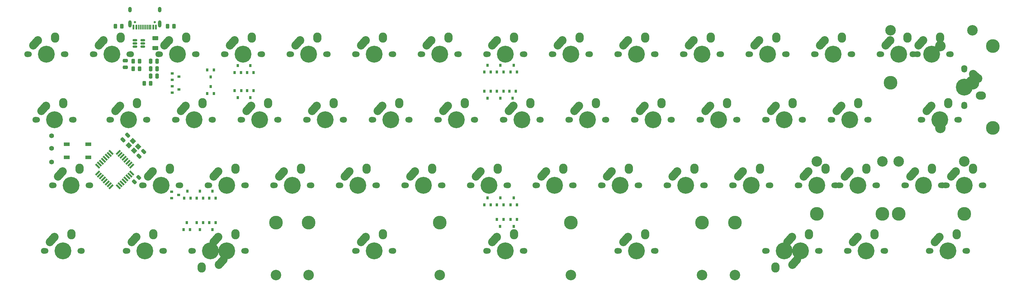
<source format=gbr>
%TF.GenerationSoftware,KiCad,Pcbnew,(6.0.4)*%
%TF.CreationDate,2022-03-30T13:59:28+02:00*%
%TF.ProjectId,32u2,33327532-2e6b-4696-9361-645f70636258,rev?*%
%TF.SameCoordinates,Original*%
%TF.FileFunction,Soldermask,Bot*%
%TF.FilePolarity,Negative*%
%FSLAX46Y46*%
G04 Gerber Fmt 4.6, Leading zero omitted, Abs format (unit mm)*
G04 Created by KiCad (PCBNEW (6.0.4)) date 2022-03-30 13:59:28*
%MOMM*%
%LPD*%
G01*
G04 APERTURE LIST*
G04 Aperture macros list*
%AMRoundRect*
0 Rectangle with rounded corners*
0 $1 Rounding radius*
0 $2 $3 $4 $5 $6 $7 $8 $9 X,Y pos of 4 corners*
0 Add a 4 corners polygon primitive as box body*
4,1,4,$2,$3,$4,$5,$6,$7,$8,$9,$2,$3,0*
0 Add four circle primitives for the rounded corners*
1,1,$1+$1,$2,$3*
1,1,$1+$1,$4,$5*
1,1,$1+$1,$6,$7*
1,1,$1+$1,$8,$9*
0 Add four rect primitives between the rounded corners*
20,1,$1+$1,$2,$3,$4,$5,0*
20,1,$1+$1,$4,$5,$6,$7,0*
20,1,$1+$1,$6,$7,$8,$9,0*
20,1,$1+$1,$8,$9,$2,$3,0*%
%AMHorizOval*
0 Thick line with rounded ends*
0 $1 width*
0 $2 $3 position (X,Y) of the first rounded end (center of the circle)*
0 $4 $5 position (X,Y) of the second rounded end (center of the circle)*
0 Add line between two ends*
20,1,$1,$2,$3,$4,$5,0*
0 Add two circle primitives to create the rounded ends*
1,1,$1,$2,$3*
1,1,$1,$4,$5*%
%AMRotRect*
0 Rectangle, with rotation*
0 The origin of the aperture is its center*
0 $1 length*
0 $2 width*
0 $3 Rotation angle, in degrees counterclockwise*
0 Add horizontal line*
21,1,$1,$2,0,0,$3*%
G04 Aperture macros list end*
%ADD10C,1.800000*%
%ADD11C,1.700000*%
%ADD12C,4.900000*%
%ADD13C,2.400000*%
%ADD14HorizOval,2.400000X-0.669131X-0.743145X0.669131X0.743145X0*%
%ADD15O,2.400000X2.950000*%
%ADD16C,3.987800*%
%ADD17C,3.048000*%
%ADD18HorizOval,2.400000X-0.743145X0.669131X0.743145X-0.669131X0*%
%ADD19O,2.950000X2.400000*%
%ADD20C,1.400000*%
%ADD21HorizOval,2.400000X0.669131X0.743145X-0.669131X-0.743145X0*%
%ADD22R,0.800000X0.900000*%
%ADD23R,0.900000X0.800000*%
%ADD24RoundRect,0.250000X-0.159099X0.512652X-0.512652X0.159099X0.159099X-0.512652X0.512652X-0.159099X0*%
%ADD25R,1.700000X1.000000*%
%ADD26RoundRect,0.250000X-0.250000X-0.475000X0.250000X-0.475000X0.250000X0.475000X-0.250000X0.475000X0*%
%ADD27RotRect,1.400000X1.200000X315.000000*%
%ADD28RoundRect,0.243750X0.243750X0.456250X-0.243750X0.456250X-0.243750X-0.456250X0.243750X-0.456250X0*%
%ADD29RoundRect,0.250000X-0.625000X0.375000X-0.625000X-0.375000X0.625000X-0.375000X0.625000X0.375000X0*%
%ADD30RoundRect,0.250000X0.159099X-0.512652X0.512652X-0.159099X-0.159099X0.512652X-0.512652X0.159099X0*%
%ADD31RoundRect,0.250000X0.475000X-0.250000X0.475000X0.250000X-0.475000X0.250000X-0.475000X-0.250000X0*%
%ADD32RoundRect,0.243750X0.150260X-0.494975X0.494975X-0.150260X-0.150260X0.494975X-0.494975X0.150260X0*%
%ADD33C,0.650000*%
%ADD34R,0.600000X1.450000*%
%ADD35R,0.300000X1.450000*%
%ADD36O,1.000000X1.600000*%
%ADD37O,1.000000X2.100000*%
%ADD38RotRect,1.600000X0.550000X225.000000*%
%ADD39RotRect,1.600000X0.550000X135.000000*%
%ADD40RoundRect,0.150000X0.512500X0.150000X-0.512500X0.150000X-0.512500X-0.150000X0.512500X-0.150000X0*%
%ADD41RoundRect,0.243750X-0.243750X-0.456250X0.243750X-0.456250X0.243750X0.456250X-0.243750X0.456250X0*%
G04 APERTURE END LIST*
D10*
%TO.C,SW1\u002C11*%
X238125001Y-79168249D03*
D11*
X237705001Y-79168249D03*
D10*
X227125001Y-79168249D03*
D11*
X227545001Y-79168249D03*
D12*
X232625001Y-79168249D03*
D13*
X230125001Y-75168249D03*
D14*
X229494132Y-75875104D03*
D15*
X235125001Y-74368249D03*
%TD*%
D16*
%TO.C,REF\u002A\u002A*%
X208812501Y-109013249D03*
D17*
X170712501Y-124253249D03*
X208812501Y-124253249D03*
D16*
X170712501Y-109013249D03*
%TD*%
D10*
%TO.C,SW1\u002C13_1*%
X285012501Y-64143249D03*
D11*
X285012501Y-64563249D03*
D10*
X285012501Y-75143249D03*
D12*
X285012501Y-69643249D03*
D11*
X285012501Y-74723249D03*
D18*
X288305646Y-66512380D03*
D13*
X289012501Y-67143249D03*
D19*
X289812501Y-72143249D03*
%TD*%
D12*
%TO.C,SW0\u002C2*%
X56412501Y-60118249D03*
D11*
X61492501Y-60118249D03*
D10*
X61912501Y-60118249D03*
X50912501Y-60118249D03*
D11*
X51332501Y-60118249D03*
D14*
X53281632Y-56825104D03*
D13*
X53912501Y-56118249D03*
D15*
X58912501Y-55318249D03*
%TD*%
D12*
%TO.C,SW2\u002C3*%
X89750001Y-98218249D03*
D11*
X84670001Y-98218249D03*
X94830001Y-98218249D03*
D10*
X95250001Y-98218249D03*
X84250001Y-98218249D03*
D13*
X87250001Y-94218249D03*
D14*
X86619132Y-94925104D03*
D15*
X92250001Y-93418249D03*
%TD*%
D10*
%TO.C,SW3\u002C6*%
X146162501Y-117268249D03*
D11*
X146582501Y-117268249D03*
X156742501Y-117268249D03*
D10*
X157162501Y-117268249D03*
D12*
X151662501Y-117268249D03*
D14*
X148531632Y-113975104D03*
D13*
X149162501Y-113268249D03*
D15*
X154162501Y-112468249D03*
%TD*%
D11*
%TO.C,SW2\u002C5*%
X132930001Y-98218249D03*
D10*
X122350001Y-98218249D03*
D12*
X127850001Y-98218249D03*
D11*
X122770001Y-98218249D03*
D10*
X133350001Y-98218249D03*
D13*
X125350001Y-94218249D03*
D14*
X124719132Y-94925104D03*
D15*
X130350001Y-93418249D03*
%TD*%
D11*
%TO.C,SW2\u002C7*%
X171030001Y-98218249D03*
D10*
X171450001Y-98218249D03*
D12*
X165950001Y-98218249D03*
D10*
X160450001Y-98218249D03*
D11*
X160870001Y-98218249D03*
D13*
X163450001Y-94218249D03*
D14*
X162819132Y-94925104D03*
D15*
X168450001Y-93418249D03*
%TD*%
D16*
%TO.C,REF\u002A\u002A*%
X293267501Y-81549499D03*
D17*
X278027501Y-81549499D03*
X278027501Y-57736999D03*
D16*
X293267501Y-57736999D03*
%TD*%
D11*
%TO.C,SW1\u002C13*%
X282948751Y-79168249D03*
D10*
X272368751Y-79168249D03*
D12*
X277868751Y-79168249D03*
D11*
X272788751Y-79168249D03*
D10*
X283368751Y-79168249D03*
D13*
X275368751Y-75168249D03*
D14*
X274737882Y-75875104D03*
D15*
X280368751Y-74368249D03*
%TD*%
D12*
%TO.C,SW2\u002C12_1*%
X285012501Y-98218249D03*
D11*
X279932501Y-98218249D03*
D10*
X290512501Y-98218249D03*
D11*
X290092501Y-98218249D03*
D10*
X279512501Y-98218249D03*
D13*
X282512501Y-94218249D03*
D14*
X281881632Y-94925104D03*
D15*
X287512501Y-93418249D03*
%TD*%
D10*
%TO.C,SW0\u002C5*%
X119062501Y-60118249D03*
D11*
X118642501Y-60118249D03*
X108482501Y-60118249D03*
D12*
X113562501Y-60118249D03*
D10*
X108062501Y-60118249D03*
D13*
X111062501Y-56118249D03*
D14*
X110431632Y-56825104D03*
D15*
X116062501Y-55318249D03*
%TD*%
D12*
%TO.C,SW3\u002C10*%
X237387501Y-117268249D03*
D11*
X242467501Y-117268249D03*
X232307501Y-117268249D03*
D10*
X242887501Y-117268249D03*
X231887501Y-117268249D03*
D14*
X234256632Y-113975104D03*
D13*
X234887501Y-113268249D03*
D15*
X239887501Y-112468249D03*
%TD*%
D20*
%TO.C,H2*%
X19800000Y-91400000D03*
%TD*%
D10*
%TO.C,SW3\u002C10_1*%
X227125001Y-117268249D03*
D11*
X227545001Y-117268249D03*
X237705001Y-117268249D03*
D12*
X232625001Y-117268249D03*
D10*
X238125001Y-117268249D03*
D13*
X235125001Y-121268249D03*
D21*
X235755870Y-120561394D03*
D15*
X230125001Y-122068249D03*
%TD*%
D11*
%TO.C,SW1\u002C12*%
X256755001Y-79168249D03*
D10*
X257175001Y-79168249D03*
D11*
X246595001Y-79168249D03*
D12*
X251675001Y-79168249D03*
D10*
X246175001Y-79168249D03*
D13*
X249175001Y-75168249D03*
D14*
X248544132Y-75875104D03*
D15*
X254175001Y-74368249D03*
%TD*%
D12*
%TO.C,SW1\u002C1*%
X42125001Y-79168249D03*
D10*
X47625001Y-79168249D03*
D11*
X37045001Y-79168249D03*
X47205001Y-79168249D03*
D10*
X36625001Y-79168249D03*
D14*
X38994132Y-75875104D03*
D13*
X39625001Y-75168249D03*
D15*
X44625001Y-74368249D03*
%TD*%
D12*
%TO.C,SW0\u002C1*%
X37362501Y-60118249D03*
D10*
X42862501Y-60118249D03*
D11*
X42442501Y-60118249D03*
X32282501Y-60118249D03*
D10*
X31862501Y-60118249D03*
D14*
X34231632Y-56825104D03*
D13*
X34862501Y-56118249D03*
D15*
X39862501Y-55318249D03*
%TD*%
D12*
%TO.C,SW2\u002C4*%
X108800001Y-98218249D03*
D11*
X113880001Y-98218249D03*
X103720001Y-98218249D03*
D10*
X114300001Y-98218249D03*
X103300001Y-98218249D03*
D13*
X106300001Y-94218249D03*
D14*
X105669132Y-94925104D03*
D15*
X111300001Y-93418249D03*
%TD*%
D11*
%TO.C,SW0\u002C11*%
X222782501Y-60118249D03*
X232942501Y-60118249D03*
D12*
X227862501Y-60118249D03*
D10*
X233362501Y-60118249D03*
X222362501Y-60118249D03*
D14*
X224731632Y-56825104D03*
D13*
X225362501Y-56118249D03*
D15*
X230362501Y-55318249D03*
%TD*%
D11*
%TO.C,SW3\u002C2_1*%
X71017501Y-117268249D03*
X60857501Y-117268249D03*
D10*
X71437501Y-117268249D03*
D12*
X65937501Y-117268249D03*
D10*
X60437501Y-117268249D03*
D21*
X69068370Y-120561394D03*
D13*
X68437501Y-121268249D03*
D15*
X63437501Y-122068249D03*
%TD*%
D17*
%TO.C,REF\u002A\u002A*%
X261200001Y-91233249D03*
D16*
X285012501Y-106473249D03*
D17*
X285012501Y-91233249D03*
D16*
X261200001Y-106473249D03*
%TD*%
D12*
%TO.C,SW2\u002C11*%
X242150001Y-98218249D03*
D10*
X247650001Y-98218249D03*
X236650001Y-98218249D03*
D11*
X237070001Y-98218249D03*
X247230001Y-98218249D03*
D14*
X239019132Y-94925104D03*
D13*
X239650001Y-94218249D03*
D15*
X244650001Y-93418249D03*
%TD*%
D10*
%TO.C,SW2\u002C1*%
X57150001Y-98218249D03*
D11*
X56730001Y-98218249D03*
D10*
X46150001Y-98218249D03*
D11*
X46570001Y-98218249D03*
D12*
X51650001Y-98218249D03*
D14*
X48519132Y-94925104D03*
D13*
X49150001Y-94218249D03*
D15*
X54150001Y-93418249D03*
%TD*%
D11*
%TO.C,SW1\u002C2*%
X56095001Y-79168249D03*
D12*
X61175001Y-79168249D03*
D10*
X66675001Y-79168249D03*
X55675001Y-79168249D03*
D11*
X66255001Y-79168249D03*
D13*
X58675001Y-75168249D03*
D14*
X58044132Y-75875104D03*
D15*
X63675001Y-74368249D03*
%TD*%
D20*
%TO.C,H1*%
X19800000Y-83800000D03*
%TD*%
D11*
%TO.C,SW1\u002C4*%
X94195001Y-79168249D03*
D12*
X99275001Y-79168249D03*
D11*
X104355001Y-79168249D03*
D10*
X93775001Y-79168249D03*
X104775001Y-79168249D03*
D13*
X96775001Y-75168249D03*
D14*
X96144132Y-75875104D03*
D15*
X101775001Y-74368249D03*
%TD*%
D10*
%TO.C,SW3\u002C2*%
X76200001Y-117268249D03*
D12*
X70700001Y-117268249D03*
D11*
X65620001Y-117268249D03*
D10*
X65200001Y-117268249D03*
D11*
X75780001Y-117268249D03*
D14*
X67569132Y-113975104D03*
D13*
X68200001Y-113268249D03*
D15*
X73200001Y-112468249D03*
%TD*%
D16*
%TO.C,REF\u002A\u002A*%
X263581251Y-68373249D03*
D17*
X287393751Y-53133249D03*
D16*
X287393751Y-68373249D03*
D17*
X263581251Y-53133249D03*
%TD*%
D11*
%TO.C,SW0\u002C10*%
X213892501Y-60118249D03*
D10*
X203312501Y-60118249D03*
D11*
X203732501Y-60118249D03*
D10*
X214312501Y-60118249D03*
D12*
X208812501Y-60118249D03*
D14*
X205681632Y-56825104D03*
D13*
X206312501Y-56118249D03*
D15*
X211312501Y-55318249D03*
%TD*%
D10*
%TO.C,SW0\u002C6*%
X138112501Y-60118249D03*
X127112501Y-60118249D03*
D12*
X132612501Y-60118249D03*
D11*
X127532501Y-60118249D03*
X137692501Y-60118249D03*
D14*
X129481632Y-56825104D03*
D13*
X130112501Y-56118249D03*
D15*
X135112501Y-55318249D03*
%TD*%
D10*
%TO.C,SW1\u002C3*%
X85725001Y-79168249D03*
D11*
X75145001Y-79168249D03*
X85305001Y-79168249D03*
D12*
X80225001Y-79168249D03*
D10*
X74725001Y-79168249D03*
D14*
X77094132Y-75875104D03*
D13*
X77725001Y-75168249D03*
D15*
X82725001Y-74368249D03*
%TD*%
D10*
%TO.C,SW2\u002C2*%
X76200001Y-98218249D03*
D11*
X75780001Y-98218249D03*
D12*
X70700001Y-98218249D03*
D10*
X65200001Y-98218249D03*
D11*
X65620001Y-98218249D03*
D14*
X67569132Y-94925104D03*
D13*
X68200001Y-94218249D03*
D15*
X73200001Y-93418249D03*
%TD*%
D12*
%TO.C,SW3\u002C11*%
X256437501Y-117268249D03*
D11*
X251357501Y-117268249D03*
D10*
X261937501Y-117268249D03*
X250937501Y-117268249D03*
D11*
X261517501Y-117268249D03*
D14*
X253306632Y-113975104D03*
D13*
X253937501Y-113268249D03*
D15*
X258937501Y-112468249D03*
%TD*%
D12*
%TO.C,SW2\u002C0*%
X25456251Y-98218249D03*
D11*
X30536251Y-98218249D03*
D10*
X19956251Y-98218249D03*
D11*
X20376251Y-98218249D03*
D10*
X30956251Y-98218249D03*
D14*
X22325382Y-94925104D03*
D13*
X22956251Y-94218249D03*
D15*
X27956251Y-93418249D03*
%TD*%
D10*
%TO.C,SW0\u002C9*%
X184262501Y-60118249D03*
X195262501Y-60118249D03*
D11*
X194842501Y-60118249D03*
X184682501Y-60118249D03*
D12*
X189762501Y-60118249D03*
D13*
X187262501Y-56118249D03*
D14*
X186631632Y-56825104D03*
D15*
X192262501Y-55318249D03*
%TD*%
D10*
%TO.C,SW0\u002C4*%
X89012501Y-60118249D03*
D12*
X94512501Y-60118249D03*
D11*
X99592501Y-60118249D03*
D10*
X100012501Y-60118249D03*
D11*
X89432501Y-60118249D03*
D14*
X91381632Y-56825104D03*
D13*
X92012501Y-56118249D03*
D15*
X97012501Y-55318249D03*
%TD*%
D10*
%TO.C,SW3\u002C12*%
X274750001Y-117268249D03*
X285750001Y-117268249D03*
D12*
X280250001Y-117268249D03*
D11*
X275170001Y-117268249D03*
X285330001Y-117268249D03*
D14*
X277119132Y-113975104D03*
D13*
X277750001Y-113268249D03*
D15*
X282750001Y-112468249D03*
%TD*%
D11*
%TO.C,SW2\u002C6*%
X141820001Y-98218249D03*
X151980001Y-98218249D03*
D10*
X141400001Y-98218249D03*
D12*
X146900001Y-98218249D03*
D10*
X152400001Y-98218249D03*
D14*
X143769132Y-94925104D03*
D13*
X144400001Y-94218249D03*
D15*
X149400001Y-93418249D03*
%TD*%
D11*
%TO.C,SW2\u002C13*%
X248976251Y-98218249D03*
D10*
X259556251Y-98218249D03*
D12*
X254056251Y-98218249D03*
D10*
X248556251Y-98218249D03*
D11*
X259136251Y-98218249D03*
D13*
X251556251Y-94218249D03*
D14*
X250925382Y-94925104D03*
D15*
X256556251Y-93418249D03*
%TD*%
D10*
%TO.C,SW1\u002C6*%
X142875001Y-79168249D03*
X131875001Y-79168249D03*
D11*
X132295001Y-79168249D03*
D12*
X137375001Y-79168249D03*
D11*
X142455001Y-79168249D03*
D14*
X134244132Y-75875104D03*
D13*
X134875001Y-75168249D03*
D15*
X139875001Y-74368249D03*
%TD*%
D11*
%TO.C,SW0\u002C12*%
X241832501Y-60118249D03*
X251992501Y-60118249D03*
D10*
X241412501Y-60118249D03*
X252412501Y-60118249D03*
D12*
X246912501Y-60118249D03*
D14*
X243781632Y-56825104D03*
D13*
X244412501Y-56118249D03*
D15*
X249412501Y-55318249D03*
%TD*%
D12*
%TO.C,SW0\u002C8*%
X170712501Y-60118249D03*
D11*
X165632501Y-60118249D03*
D10*
X176212501Y-60118249D03*
D11*
X175792501Y-60118249D03*
D10*
X165212501Y-60118249D03*
D13*
X168212501Y-56118249D03*
D14*
X167581632Y-56825104D03*
D15*
X173212501Y-55318249D03*
%TD*%
D12*
%TO.C,SW1\u002C0*%
X20693751Y-79168249D03*
D10*
X26193751Y-79168249D03*
D11*
X15613751Y-79168249D03*
D10*
X15193751Y-79168249D03*
D11*
X25773751Y-79168249D03*
D13*
X18193751Y-75168249D03*
D14*
X17562882Y-75875104D03*
D15*
X23193751Y-74368249D03*
%TD*%
D11*
%TO.C,SW0.7*%
X156742501Y-60118249D03*
D10*
X146162501Y-60118249D03*
X157162501Y-60118249D03*
D11*
X146582501Y-60118249D03*
D12*
X151662501Y-60118249D03*
D14*
X148531632Y-56825104D03*
D13*
X149162501Y-56118249D03*
D15*
X154162501Y-55318249D03*
%TD*%
D10*
%TO.C,SW1\u002C5*%
X123825001Y-79168249D03*
D12*
X118325001Y-79168249D03*
D11*
X113245001Y-79168249D03*
D10*
X112825001Y-79168249D03*
D11*
X123405001Y-79168249D03*
D14*
X115194132Y-75875104D03*
D13*
X115825001Y-75168249D03*
D15*
X120825001Y-74368249D03*
%TD*%
D17*
%TO.C,REF\u002A\u002A*%
X265962501Y-91233249D03*
D16*
X242150001Y-106473249D03*
D17*
X242150001Y-91233249D03*
D16*
X265962501Y-106473249D03*
%TD*%
D10*
%TO.C,SW2\u002C8*%
X179500001Y-98218249D03*
D11*
X190080001Y-98218249D03*
X179920001Y-98218249D03*
D10*
X190500001Y-98218249D03*
D12*
X185000001Y-98218249D03*
D14*
X181869132Y-94925104D03*
D13*
X182500001Y-94218249D03*
D15*
X187500001Y-93418249D03*
%TD*%
D10*
%TO.C,SW3\u002C1*%
X52387501Y-117268249D03*
D11*
X41807501Y-117268249D03*
D12*
X46887501Y-117268249D03*
D10*
X41387501Y-117268249D03*
D11*
X51967501Y-117268249D03*
D14*
X43756632Y-113975104D03*
D13*
X44387501Y-113268249D03*
D15*
X49387501Y-112468249D03*
%TD*%
D12*
%TO.C,SW0\u002C13*%
X275487501Y-60118249D03*
D10*
X269987501Y-60118249D03*
X280987501Y-60118249D03*
D11*
X270407501Y-60118249D03*
X280567501Y-60118249D03*
D13*
X272987501Y-56118249D03*
D14*
X272356632Y-56825104D03*
D15*
X277987501Y-55318249D03*
%TD*%
D11*
%TO.C,SW2\u002C10*%
X218020001Y-98218249D03*
X228180001Y-98218249D03*
D10*
X217600001Y-98218249D03*
D12*
X223100001Y-98218249D03*
D10*
X228600001Y-98218249D03*
D14*
X219969132Y-94925104D03*
D13*
X220600001Y-94218249D03*
D15*
X225600001Y-93418249D03*
%TD*%
D12*
%TO.C,SW3\u002C3*%
X113562501Y-117268249D03*
D11*
X118642501Y-117268249D03*
D10*
X108062501Y-117268249D03*
D11*
X108482501Y-117268249D03*
D10*
X119062501Y-117268249D03*
D14*
X110431632Y-113975104D03*
D13*
X111062501Y-113268249D03*
D15*
X116062501Y-112468249D03*
%TD*%
D12*
%TO.C,SW0\u002C3*%
X75462501Y-60118249D03*
D11*
X70382501Y-60118249D03*
D10*
X80962501Y-60118249D03*
X69962501Y-60118249D03*
D11*
X80542501Y-60118249D03*
D14*
X72331632Y-56825104D03*
D13*
X72962501Y-56118249D03*
D15*
X77962501Y-55318249D03*
%TD*%
D10*
%TO.C,SW1\u002C10*%
X208075001Y-79168249D03*
D11*
X208495001Y-79168249D03*
D10*
X219075001Y-79168249D03*
D11*
X218655001Y-79168249D03*
D12*
X213575001Y-79168249D03*
D13*
X211075001Y-75168249D03*
D14*
X210444132Y-75875104D03*
D15*
X216075001Y-74368249D03*
%TD*%
D11*
%TO.C,SW0\u002C0*%
X13232501Y-60118249D03*
X23392501Y-60118249D03*
D10*
X23812501Y-60118249D03*
X12812501Y-60118249D03*
D12*
X18312501Y-60118249D03*
D14*
X15181632Y-56825104D03*
D13*
X15812501Y-56118249D03*
D15*
X20812501Y-55318249D03*
%TD*%
D11*
%TO.C,SW3\u002C8*%
X184682501Y-117268249D03*
D10*
X184262501Y-117268249D03*
D11*
X194842501Y-117268249D03*
D12*
X189762501Y-117268249D03*
D10*
X195262501Y-117268249D03*
D14*
X186631632Y-113975104D03*
D13*
X187262501Y-113268249D03*
D15*
X192262501Y-112468249D03*
%TD*%
D20*
%TO.C,H0*%
X19800000Y-87500000D03*
%TD*%
D10*
%TO.C,SW1\u002C9*%
X189025001Y-79168249D03*
X200025001Y-79168249D03*
D11*
X189445001Y-79168249D03*
D12*
X194525001Y-79168249D03*
D11*
X199605001Y-79168249D03*
D13*
X192025001Y-75168249D03*
D14*
X191394132Y-75875104D03*
D15*
X197025001Y-74368249D03*
%TD*%
D11*
%TO.C,SW0\u002C13_1*%
X260882501Y-60118249D03*
D12*
X265962501Y-60118249D03*
D11*
X271042501Y-60118249D03*
D10*
X260462501Y-60118249D03*
X271462501Y-60118249D03*
D13*
X263462501Y-56118249D03*
D14*
X262831632Y-56825104D03*
D15*
X268462501Y-55318249D03*
%TD*%
D10*
%TO.C,SW1\u002C7*%
X150925001Y-79168249D03*
D11*
X151345001Y-79168249D03*
D12*
X156425001Y-79168249D03*
D11*
X161505001Y-79168249D03*
D10*
X161925001Y-79168249D03*
D14*
X153294132Y-75875104D03*
D13*
X153925001Y-75168249D03*
D15*
X158925001Y-74368249D03*
%TD*%
D10*
%TO.C,SW1\u002C8*%
X180975001Y-79168249D03*
X169975001Y-79168249D03*
D11*
X180555001Y-79168249D03*
X170395001Y-79168249D03*
D12*
X175475001Y-79168249D03*
D14*
X172344132Y-75875104D03*
D13*
X172975001Y-75168249D03*
D15*
X177975001Y-74368249D03*
%TD*%
D17*
%TO.C,REF\u002A\u002A*%
X94512501Y-124253249D03*
D16*
X132612501Y-109013249D03*
D17*
X132612501Y-124253249D03*
D16*
X94512501Y-109013249D03*
%TD*%
D17*
%TO.C,REF\u002A\u002A*%
X208812501Y-124253249D03*
D16*
X208812501Y-109013249D03*
X94512501Y-109013249D03*
D17*
X94512501Y-124253249D03*
%TD*%
D10*
%TO.C,SW2\u002C12*%
X278606251Y-98218249D03*
D11*
X268026251Y-98218249D03*
D12*
X273106251Y-98218249D03*
D10*
X267606251Y-98218249D03*
D11*
X278186251Y-98218249D03*
D14*
X269975382Y-94925104D03*
D13*
X270606251Y-94218249D03*
D15*
X275606251Y-93418249D03*
%TD*%
D10*
%TO.C,SW3\u002C0*%
X28575001Y-117268249D03*
X17575001Y-117268249D03*
D11*
X17995001Y-117268249D03*
D12*
X23075001Y-117268249D03*
D11*
X28155001Y-117268249D03*
D13*
X20575001Y-113268249D03*
D14*
X19944132Y-113975104D03*
D15*
X25575001Y-112468249D03*
%TD*%
D16*
%TO.C,REF\u002A\u002A*%
X84987501Y-109043249D03*
D17*
X218337501Y-124253249D03*
X84987501Y-124253249D03*
D16*
X218337501Y-109043249D03*
%TD*%
D10*
%TO.C,SW2\u002C9*%
X198550001Y-98218249D03*
D12*
X204050001Y-98218249D03*
D10*
X209550001Y-98218249D03*
D11*
X209130001Y-98218249D03*
X198970001Y-98218249D03*
D14*
X200919132Y-94925104D03*
D13*
X201550001Y-94218249D03*
D15*
X206550001Y-93418249D03*
%TD*%
D22*
%TO.C,D607*%
X74880000Y-65430000D03*
X72980000Y-65430000D03*
X73930000Y-63430000D03*
%TD*%
D23*
%TO.C,D1011*%
X54850000Y-71300000D03*
X54850000Y-69400000D03*
X56850000Y-70350000D03*
%TD*%
%TO.C,D2021*%
X54700000Y-101950000D03*
X54700000Y-100050000D03*
X56700000Y-101000000D03*
%TD*%
D24*
%TO.C,C1*%
X46571751Y-88378249D03*
X45228249Y-89721751D03*
%TD*%
D22*
%TO.C,D110111*%
X149220000Y-70870000D03*
X151120000Y-70870000D03*
X150170000Y-72870000D03*
%TD*%
D25*
%TO.C,SW0*%
X24200000Y-86250000D03*
X30500000Y-86250000D03*
X30500000Y-90050000D03*
X24200000Y-90050000D03*
%TD*%
D22*
%TO.C,D4*%
X149200000Y-108150000D03*
X151100000Y-108150000D03*
X150150000Y-110150000D03*
%TD*%
D26*
%TO.C,C3*%
X48600000Y-62175000D03*
X50500000Y-62175000D03*
%TD*%
D27*
%TO.C,Y0*%
X43423223Y-85371142D03*
X44978858Y-86926777D03*
X43776777Y-88128858D03*
X42221142Y-86573223D03*
%TD*%
D22*
%TO.C,D12013*%
X147430000Y-65320000D03*
X145530000Y-65320000D03*
X146480000Y-63320000D03*
%TD*%
D28*
%TO.C,R4*%
X55350001Y-52018249D03*
X53475001Y-52018249D03*
%TD*%
D29*
%TO.C,F0*%
X49975000Y-55500000D03*
X49975000Y-58300000D03*
%TD*%
D30*
%TO.C,C0*%
X40528249Y-85021751D03*
X41871751Y-83678249D03*
%TD*%
D22*
%TO.C,D2829*%
X155050000Y-103850000D03*
X153150000Y-103850000D03*
X154100000Y-101850000D03*
%TD*%
%TO.C,D2425*%
X63850000Y-101950000D03*
X61950000Y-101950000D03*
X62900000Y-99950000D03*
%TD*%
%TO.C,D1415*%
X76620000Y-70690000D03*
X78520000Y-70690000D03*
X77570000Y-72690000D03*
%TD*%
D31*
%TO.C,C2*%
X41200000Y-63900000D03*
X41200000Y-62000000D03*
%TD*%
D32*
%TO.C,R5*%
X43837087Y-97212913D03*
X45162913Y-95887087D03*
%TD*%
D22*
%TO.C,D2223*%
X67500000Y-101950000D03*
X65600000Y-101950000D03*
X66550000Y-99950000D03*
%TD*%
D26*
%TO.C,C5*%
X48600000Y-66425000D03*
X50500000Y-66425000D03*
%TD*%
D22*
%TO.C,D3233*%
X65600000Y-109050000D03*
X67500000Y-109050000D03*
X66550000Y-111050000D03*
%TD*%
%TO.C,D1819*%
X152830000Y-70870000D03*
X154730000Y-70870000D03*
X153780000Y-72870000D03*
%TD*%
%TO.C,D405*%
X78520000Y-65430000D03*
X76620000Y-65430000D03*
X77570000Y-63430000D03*
%TD*%
D23*
%TO.C,D1*%
X54850000Y-67600000D03*
X54850000Y-65700000D03*
X56850000Y-66650000D03*
%TD*%
D22*
%TO.C,D10011*%
X151110000Y-65320000D03*
X149210000Y-65320000D03*
X150160000Y-63320000D03*
%TD*%
D33*
%TO.C,J0*%
X49777501Y-50811999D03*
X43997501Y-50811999D03*
D34*
X43637501Y-52256999D03*
X44437501Y-52256999D03*
D35*
X45637501Y-52256999D03*
X46637501Y-52256999D03*
X47137501Y-52256999D03*
X48137501Y-52256999D03*
D34*
X49337501Y-52256999D03*
X50137501Y-52256999D03*
X50137501Y-52256999D03*
X49337501Y-52256999D03*
D35*
X48637501Y-52256999D03*
X47637501Y-52256999D03*
X46137501Y-52256999D03*
X45137501Y-52256999D03*
D34*
X44437501Y-52256999D03*
X43637501Y-52256999D03*
D36*
X42567501Y-47161999D03*
X51207501Y-47161999D03*
D37*
X51207501Y-51341999D03*
X42567501Y-51341999D03*
%TD*%
D22*
%TO.C,D2627*%
X60200000Y-101950000D03*
X58300000Y-101950000D03*
X59250000Y-99950000D03*
%TD*%
D38*
%TO.C,U1*%
X39162806Y-88658146D03*
X39728491Y-89223832D03*
X40294177Y-89789517D03*
X40859862Y-90355202D03*
X41425548Y-90920888D03*
X41991233Y-91486573D03*
X42556918Y-92052259D03*
X43122604Y-92617944D03*
D39*
X43122604Y-94668554D03*
X42556918Y-95234239D03*
X41991233Y-95799925D03*
X41425548Y-96365610D03*
X40859862Y-96931296D03*
X40294177Y-97496981D03*
X39728491Y-98062666D03*
X39162806Y-98628352D03*
D38*
X37112196Y-98628352D03*
X36546511Y-98062666D03*
X35980825Y-97496981D03*
X35415140Y-96931296D03*
X34849454Y-96365610D03*
X34283769Y-95799925D03*
X33718084Y-95234239D03*
X33152398Y-94668554D03*
D39*
X33152398Y-92617944D03*
X33718084Y-92052259D03*
X34283769Y-91486573D03*
X34849454Y-90920888D03*
X35415140Y-90355202D03*
X35980825Y-89789517D03*
X36546511Y-89223832D03*
X37112196Y-88658146D03*
%TD*%
D22*
%TO.C,D3*%
X153150000Y-108150000D03*
X155050000Y-108150000D03*
X154100000Y-110150000D03*
%TD*%
D40*
%TO.C,U2*%
X46312500Y-56038249D03*
X46312500Y-56988249D03*
X46312500Y-57938249D03*
X44037500Y-57938249D03*
X44037500Y-56988249D03*
X44037500Y-56038249D03*
%TD*%
D22*
%TO.C,D112113*%
X145520000Y-70870000D03*
X147420000Y-70870000D03*
X146470000Y-72870000D03*
%TD*%
%TO.C,D210211*%
X151110000Y-103850000D03*
X149210000Y-103850000D03*
X150160000Y-101850000D03*
%TD*%
%TO.C,D3031*%
X60050000Y-111050000D03*
X58150000Y-111050000D03*
X59100000Y-109050000D03*
%TD*%
%TO.C,D203*%
X65050000Y-64700000D03*
X66950000Y-64700000D03*
X66000000Y-66700000D03*
%TD*%
D41*
%TO.C,R3*%
X38325001Y-52018249D03*
X40200001Y-52018249D03*
%TD*%
D22*
%TO.C,D212213*%
X147430000Y-103850000D03*
X145530000Y-103850000D03*
X146480000Y-101850000D03*
%TD*%
%TO.C,D809*%
X155050000Y-65310000D03*
X153150000Y-65310000D03*
X154100000Y-63310000D03*
%TD*%
D26*
%TO.C,C4*%
X48600000Y-64325000D03*
X50500000Y-64325000D03*
%TD*%
D28*
%TO.C,R0*%
X48587500Y-68550000D03*
X46712500Y-68550000D03*
%TD*%
%TO.C,R2*%
X45387500Y-62175000D03*
X43512500Y-62175000D03*
%TD*%
D22*
%TO.C,D1213*%
X66950000Y-71550000D03*
X65050000Y-71550000D03*
X66000000Y-69550000D03*
%TD*%
%TO.C,D2*%
X61950000Y-109050000D03*
X63850000Y-109050000D03*
X62900000Y-111050000D03*
%TD*%
D28*
%TO.C,R1*%
X45387500Y-64325000D03*
X43512500Y-64325000D03*
%TD*%
D22*
%TO.C,D1617*%
X73000000Y-70690000D03*
X74900000Y-70690000D03*
X73950000Y-72690000D03*
%TD*%
M02*

</source>
